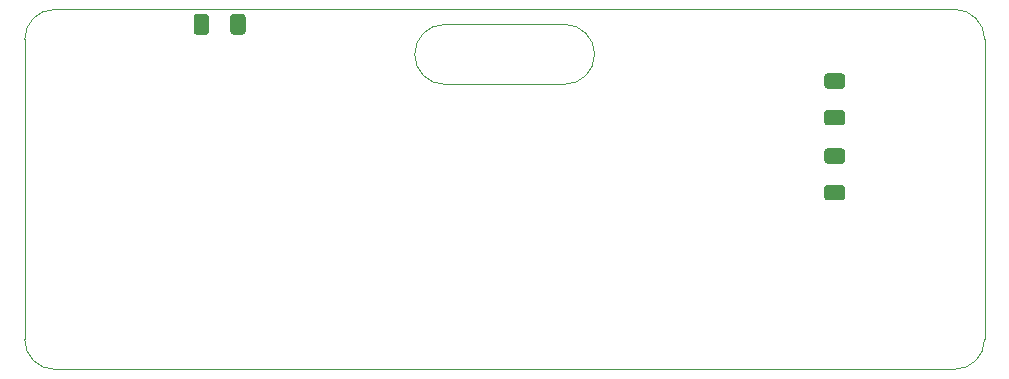
<source format=gbr>
%TF.GenerationSoftware,KiCad,Pcbnew,5.1.8+dfsg1-1+b1*%
%TF.CreationDate,2021-03-06T12:09:01-06:00*%
%TF.ProjectId,driver,64726976-6572-42e6-9b69-6361645f7063,B*%
%TF.SameCoordinates,Original*%
%TF.FileFunction,Paste,Bot*%
%TF.FilePolarity,Positive*%
%FSLAX46Y46*%
G04 Gerber Fmt 4.6, Leading zero omitted, Abs format (unit mm)*
G04 Created by KiCad (PCBNEW 5.1.8+dfsg1-1+b1) date 2021-03-06 12:09:01*
%MOMM*%
%LPD*%
G01*
G04 APERTURE LIST*
%TA.AperFunction,Profile*%
%ADD10C,0.100000*%
%TD*%
G04 APERTURE END LIST*
D10*
X121920000Y-85090000D02*
G75*
G02*
X119380000Y-82550000I0J2540000D01*
G01*
X165100000Y-78740000D02*
X88900000Y-78740000D01*
X119380000Y-82550000D02*
G75*
G02*
X121920000Y-80010000I2540000J0D01*
G01*
X132080000Y-80010000D02*
G75*
G02*
X134620000Y-82550000I0J-2540000D01*
G01*
X134620000Y-82550000D02*
G75*
G02*
X132080000Y-85090000I-2540000J0D01*
G01*
X132080000Y-80010000D02*
X121920000Y-80010000D01*
X132080000Y-85090000D02*
X121920000Y-85090000D01*
X165100000Y-109220000D02*
X88900000Y-109220000D01*
X86360000Y-81280000D02*
X86360000Y-106680000D01*
X167640000Y-106680000D02*
X167640000Y-81280000D01*
X86360000Y-81280000D02*
G75*
G02*
X88900000Y-78740000I2540000J0D01*
G01*
X88900000Y-109220000D02*
G75*
G02*
X86360000Y-106680000I0J2540000D01*
G01*
X167640000Y-106680000D02*
G75*
G02*
X165100000Y-109220000I-2540000J0D01*
G01*
X165100000Y-78740000D02*
G75*
G02*
X167640000Y-81280000I0J-2540000D01*
G01*
%TO.C,R4*%
G36*
G01*
X155565001Y-85460000D02*
X154314999Y-85460000D01*
G75*
G02*
X154065000Y-85210001I0J249999D01*
G01*
X154065000Y-84409999D01*
G75*
G02*
X154314999Y-84160000I249999J0D01*
G01*
X155565001Y-84160000D01*
G75*
G02*
X155815000Y-84409999I0J-249999D01*
G01*
X155815000Y-85210001D01*
G75*
G02*
X155565001Y-85460000I-249999J0D01*
G01*
G37*
G36*
G01*
X155565001Y-88560000D02*
X154314999Y-88560000D01*
G75*
G02*
X154065000Y-88310001I0J249999D01*
G01*
X154065000Y-87509999D01*
G75*
G02*
X154314999Y-87260000I249999J0D01*
G01*
X155565001Y-87260000D01*
G75*
G02*
X155815000Y-87509999I0J-249999D01*
G01*
X155815000Y-88310001D01*
G75*
G02*
X155565001Y-88560000I-249999J0D01*
G01*
G37*
%TD*%
%TO.C,R3*%
G36*
G01*
X101970000Y-79384999D02*
X101970000Y-80635001D01*
G75*
G02*
X101720001Y-80885000I-249999J0D01*
G01*
X100919999Y-80885000D01*
G75*
G02*
X100670000Y-80635001I0J249999D01*
G01*
X100670000Y-79384999D01*
G75*
G02*
X100919999Y-79135000I249999J0D01*
G01*
X101720001Y-79135000D01*
G75*
G02*
X101970000Y-79384999I0J-249999D01*
G01*
G37*
G36*
G01*
X105070000Y-79384999D02*
X105070000Y-80635001D01*
G75*
G02*
X104820001Y-80885000I-249999J0D01*
G01*
X104019999Y-80885000D01*
G75*
G02*
X103770000Y-80635001I0J249999D01*
G01*
X103770000Y-79384999D01*
G75*
G02*
X104019999Y-79135000I249999J0D01*
G01*
X104820001Y-79135000D01*
G75*
G02*
X105070000Y-79384999I0J-249999D01*
G01*
G37*
%TD*%
%TO.C,R1*%
G36*
G01*
X154314999Y-93610000D02*
X155565001Y-93610000D01*
G75*
G02*
X155815000Y-93859999I0J-249999D01*
G01*
X155815000Y-94660001D01*
G75*
G02*
X155565001Y-94910000I-249999J0D01*
G01*
X154314999Y-94910000D01*
G75*
G02*
X154065000Y-94660001I0J249999D01*
G01*
X154065000Y-93859999D01*
G75*
G02*
X154314999Y-93610000I249999J0D01*
G01*
G37*
G36*
G01*
X154314999Y-90510000D02*
X155565001Y-90510000D01*
G75*
G02*
X155815000Y-90759999I0J-249999D01*
G01*
X155815000Y-91560001D01*
G75*
G02*
X155565001Y-91810000I-249999J0D01*
G01*
X154314999Y-91810000D01*
G75*
G02*
X154065000Y-91560001I0J249999D01*
G01*
X154065000Y-90759999D01*
G75*
G02*
X154314999Y-90510000I249999J0D01*
G01*
G37*
%TD*%
M02*

</source>
